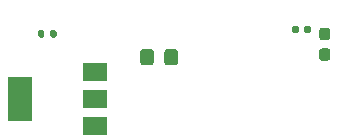
<source format=gbr>
G04 #@! TF.GenerationSoftware,KiCad,Pcbnew,(5.1.8-0-10_14)*
G04 #@! TF.CreationDate,2021-01-18T01:09:24+08:00*
G04 #@! TF.ProjectId,stm32f401_devboard,73746d33-3266-4343-9031-5f646576626f,rev?*
G04 #@! TF.SameCoordinates,Original*
G04 #@! TF.FileFunction,Paste,Bot*
G04 #@! TF.FilePolarity,Positive*
%FSLAX46Y46*%
G04 Gerber Fmt 4.6, Leading zero omitted, Abs format (unit mm)*
G04 Created by KiCad (PCBNEW (5.1.8-0-10_14)) date 2021-01-18 01:09:24*
%MOMM*%
%LPD*%
G01*
G04 APERTURE LIST*
%ADD10R,2.000000X1.500000*%
%ADD11R,2.000000X3.800000*%
G04 APERTURE END LIST*
D10*
X114270000Y-58410000D03*
X114270000Y-63010000D03*
X114270000Y-60710000D03*
D11*
X107970000Y-60710000D03*
G36*
G01*
X132040000Y-55055000D02*
X132040000Y-54685000D01*
G75*
G02*
X132175000Y-54550000I135000J0D01*
G01*
X132445000Y-54550000D01*
G75*
G02*
X132580000Y-54685000I0J-135000D01*
G01*
X132580000Y-55055000D01*
G75*
G02*
X132445000Y-55190000I-135000J0D01*
G01*
X132175000Y-55190000D01*
G75*
G02*
X132040000Y-55055000I0J135000D01*
G01*
G37*
G36*
G01*
X131020000Y-55055000D02*
X131020000Y-54685000D01*
G75*
G02*
X131155000Y-54550000I135000J0D01*
G01*
X131425000Y-54550000D01*
G75*
G02*
X131560000Y-54685000I0J-135000D01*
G01*
X131560000Y-55055000D01*
G75*
G02*
X131425000Y-55190000I-135000J0D01*
G01*
X131155000Y-55190000D01*
G75*
G02*
X131020000Y-55055000I0J135000D01*
G01*
G37*
G36*
G01*
X110030000Y-55025000D02*
X110030000Y-55395000D01*
G75*
G02*
X109895000Y-55530000I-135000J0D01*
G01*
X109625000Y-55530000D01*
G75*
G02*
X109490000Y-55395000I0J135000D01*
G01*
X109490000Y-55025000D01*
G75*
G02*
X109625000Y-54890000I135000J0D01*
G01*
X109895000Y-54890000D01*
G75*
G02*
X110030000Y-55025000I0J-135000D01*
G01*
G37*
G36*
G01*
X111050000Y-55025000D02*
X111050000Y-55395000D01*
G75*
G02*
X110915000Y-55530000I-135000J0D01*
G01*
X110645000Y-55530000D01*
G75*
G02*
X110510000Y-55395000I0J135000D01*
G01*
X110510000Y-55025000D01*
G75*
G02*
X110645000Y-54890000I135000J0D01*
G01*
X110915000Y-54890000D01*
G75*
G02*
X111050000Y-55025000I0J-135000D01*
G01*
G37*
G36*
G01*
X133997500Y-55750000D02*
X133522500Y-55750000D01*
G75*
G02*
X133285000Y-55512500I0J237500D01*
G01*
X133285000Y-54937500D01*
G75*
G02*
X133522500Y-54700000I237500J0D01*
G01*
X133997500Y-54700000D01*
G75*
G02*
X134235000Y-54937500I0J-237500D01*
G01*
X134235000Y-55512500D01*
G75*
G02*
X133997500Y-55750000I-237500J0D01*
G01*
G37*
G36*
G01*
X133997500Y-57500000D02*
X133522500Y-57500000D01*
G75*
G02*
X133285000Y-57262500I0J237500D01*
G01*
X133285000Y-56687500D01*
G75*
G02*
X133522500Y-56450000I237500J0D01*
G01*
X133997500Y-56450000D01*
G75*
G02*
X134235000Y-56687500I0J-237500D01*
G01*
X134235000Y-57262500D01*
G75*
G02*
X133997500Y-57500000I-237500J0D01*
G01*
G37*
G36*
G01*
X120180000Y-57650001D02*
X120180000Y-56749999D01*
G75*
G02*
X120429999Y-56500000I249999J0D01*
G01*
X121080001Y-56500000D01*
G75*
G02*
X121330000Y-56749999I0J-249999D01*
G01*
X121330000Y-57650001D01*
G75*
G02*
X121080001Y-57900000I-249999J0D01*
G01*
X120429999Y-57900000D01*
G75*
G02*
X120180000Y-57650001I0J249999D01*
G01*
G37*
G36*
G01*
X118130000Y-57650001D02*
X118130000Y-56749999D01*
G75*
G02*
X118379999Y-56500000I249999J0D01*
G01*
X119030001Y-56500000D01*
G75*
G02*
X119280000Y-56749999I0J-249999D01*
G01*
X119280000Y-57650001D01*
G75*
G02*
X119030001Y-57900000I-249999J0D01*
G01*
X118379999Y-57900000D01*
G75*
G02*
X118130000Y-57650001I0J249999D01*
G01*
G37*
M02*

</source>
